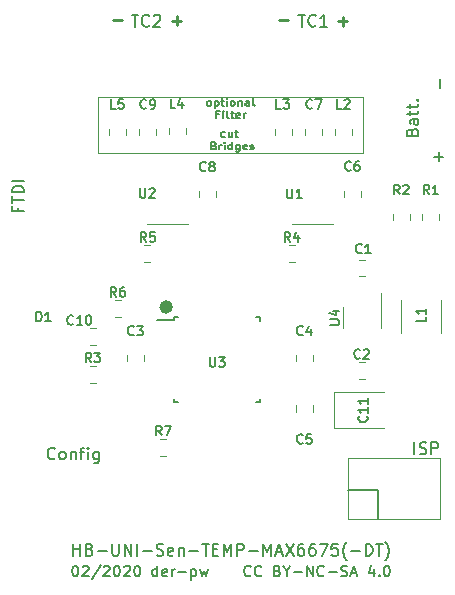
<source format=gbr>
G04 #@! TF.GenerationSoftware,KiCad,Pcbnew,(5.1.4)-1*
G04 #@! TF.CreationDate,2020-02-21T12:34:06+01:00*
G04 #@! TF.ProjectId,HB-UNI-Sen-TEMP-MAX6675,48422d55-4e49-42d5-9365-6e2d54454d50,rev?*
G04 #@! TF.SameCoordinates,Original*
G04 #@! TF.FileFunction,Legend,Top*
G04 #@! TF.FilePolarity,Positive*
%FSLAX46Y46*%
G04 Gerber Fmt 4.6, Leading zero omitted, Abs format (unit mm)*
G04 Created by KiCad (PCBNEW (5.1.4)-1) date 2020-02-21 12:34:06*
%MOMM*%
%LPD*%
G04 APERTURE LIST*
%ADD10C,0.600000*%
%ADD11C,0.150000*%
%ADD12C,0.200000*%
%ADD13C,0.080000*%
%ADD14C,0.250000*%
%ADD15C,0.120000*%
G04 APERTURE END LIST*
D10*
X155982843Y-95700000D02*
G75*
G03X155982843Y-95700000I-282843J0D01*
G01*
D11*
X160683333Y-81267857D02*
X160616666Y-81296428D01*
X160483333Y-81296428D01*
X160416666Y-81267857D01*
X160383333Y-81239285D01*
X160350000Y-81182142D01*
X160350000Y-81010714D01*
X160383333Y-80953571D01*
X160416666Y-80925000D01*
X160483333Y-80896428D01*
X160616666Y-80896428D01*
X160683333Y-80925000D01*
X161283333Y-80896428D02*
X161283333Y-81296428D01*
X160983333Y-80896428D02*
X160983333Y-81210714D01*
X161016666Y-81267857D01*
X161083333Y-81296428D01*
X161183333Y-81296428D01*
X161250000Y-81267857D01*
X161283333Y-81239285D01*
X161516666Y-80896428D02*
X161783333Y-80896428D01*
X161616666Y-80696428D02*
X161616666Y-81210714D01*
X161650000Y-81267857D01*
X161716666Y-81296428D01*
X161783333Y-81296428D01*
X159750000Y-82032142D02*
X159850000Y-82060714D01*
X159883333Y-82089285D01*
X159916666Y-82146428D01*
X159916666Y-82232142D01*
X159883333Y-82289285D01*
X159850000Y-82317857D01*
X159783333Y-82346428D01*
X159516666Y-82346428D01*
X159516666Y-81746428D01*
X159750000Y-81746428D01*
X159816666Y-81775000D01*
X159850000Y-81803571D01*
X159883333Y-81860714D01*
X159883333Y-81917857D01*
X159850000Y-81975000D01*
X159816666Y-82003571D01*
X159750000Y-82032142D01*
X159516666Y-82032142D01*
X160216666Y-82346428D02*
X160216666Y-81946428D01*
X160216666Y-82060714D02*
X160250000Y-82003571D01*
X160283333Y-81975000D01*
X160350000Y-81946428D01*
X160416666Y-81946428D01*
X160650000Y-82346428D02*
X160650000Y-81946428D01*
X160650000Y-81746428D02*
X160616666Y-81775000D01*
X160650000Y-81803571D01*
X160683333Y-81775000D01*
X160650000Y-81746428D01*
X160650000Y-81803571D01*
X161283333Y-82346428D02*
X161283333Y-81746428D01*
X161283333Y-82317857D02*
X161216666Y-82346428D01*
X161083333Y-82346428D01*
X161016666Y-82317857D01*
X160983333Y-82289285D01*
X160950000Y-82232142D01*
X160950000Y-82060714D01*
X160983333Y-82003571D01*
X161016666Y-81975000D01*
X161083333Y-81946428D01*
X161216666Y-81946428D01*
X161283333Y-81975000D01*
X161916666Y-81946428D02*
X161916666Y-82432142D01*
X161883333Y-82489285D01*
X161850000Y-82517857D01*
X161783333Y-82546428D01*
X161683333Y-82546428D01*
X161616666Y-82517857D01*
X161916666Y-82317857D02*
X161850000Y-82346428D01*
X161716666Y-82346428D01*
X161650000Y-82317857D01*
X161616666Y-82289285D01*
X161583333Y-82232142D01*
X161583333Y-82060714D01*
X161616666Y-82003571D01*
X161650000Y-81975000D01*
X161716666Y-81946428D01*
X161850000Y-81946428D01*
X161916666Y-81975000D01*
X162516666Y-82317857D02*
X162450000Y-82346428D01*
X162316666Y-82346428D01*
X162250000Y-82317857D01*
X162216666Y-82260714D01*
X162216666Y-82032142D01*
X162250000Y-81975000D01*
X162316666Y-81946428D01*
X162450000Y-81946428D01*
X162516666Y-81975000D01*
X162550000Y-82032142D01*
X162550000Y-82089285D01*
X162216666Y-82146428D01*
X162816666Y-82317857D02*
X162883333Y-82346428D01*
X163016666Y-82346428D01*
X163083333Y-82317857D01*
X163116666Y-82260714D01*
X163116666Y-82232142D01*
X163083333Y-82175000D01*
X163016666Y-82146428D01*
X162916666Y-82146428D01*
X162850000Y-82117857D01*
X162816666Y-82060714D01*
X162816666Y-82032142D01*
X162850000Y-81975000D01*
X162916666Y-81946428D01*
X163016666Y-81946428D01*
X163083333Y-81975000D01*
D12*
X143128571Y-87276190D02*
X143128571Y-87609523D01*
X143652380Y-87609523D02*
X142652380Y-87609523D01*
X142652380Y-87133333D01*
X142652380Y-86895238D02*
X142652380Y-86323809D01*
X143652380Y-86609523D02*
X142652380Y-86609523D01*
X143652380Y-85990476D02*
X142652380Y-85990476D01*
X142652380Y-85752380D01*
X142700000Y-85609523D01*
X142795238Y-85514285D01*
X142890476Y-85466666D01*
X143080952Y-85419047D01*
X143223809Y-85419047D01*
X143414285Y-85466666D01*
X143509523Y-85514285D01*
X143604761Y-85609523D01*
X143652380Y-85752380D01*
X143652380Y-85990476D01*
X143652380Y-84990476D02*
X142652380Y-84990476D01*
D11*
X159283333Y-78646428D02*
X159216666Y-78617857D01*
X159183333Y-78589285D01*
X159150000Y-78532142D01*
X159150000Y-78360714D01*
X159183333Y-78303571D01*
X159216666Y-78275000D01*
X159283333Y-78246428D01*
X159383333Y-78246428D01*
X159450000Y-78275000D01*
X159483333Y-78303571D01*
X159516666Y-78360714D01*
X159516666Y-78532142D01*
X159483333Y-78589285D01*
X159450000Y-78617857D01*
X159383333Y-78646428D01*
X159283333Y-78646428D01*
X159816666Y-78246428D02*
X159816666Y-78846428D01*
X159816666Y-78275000D02*
X159883333Y-78246428D01*
X160016666Y-78246428D01*
X160083333Y-78275000D01*
X160116666Y-78303571D01*
X160150000Y-78360714D01*
X160150000Y-78532142D01*
X160116666Y-78589285D01*
X160083333Y-78617857D01*
X160016666Y-78646428D01*
X159883333Y-78646428D01*
X159816666Y-78617857D01*
X160350000Y-78246428D02*
X160616666Y-78246428D01*
X160450000Y-78046428D02*
X160450000Y-78560714D01*
X160483333Y-78617857D01*
X160550000Y-78646428D01*
X160616666Y-78646428D01*
X160850000Y-78646428D02*
X160850000Y-78246428D01*
X160850000Y-78046428D02*
X160816666Y-78075000D01*
X160850000Y-78103571D01*
X160883333Y-78075000D01*
X160850000Y-78046428D01*
X160850000Y-78103571D01*
X161283333Y-78646428D02*
X161216666Y-78617857D01*
X161183333Y-78589285D01*
X161150000Y-78532142D01*
X161150000Y-78360714D01*
X161183333Y-78303571D01*
X161216666Y-78275000D01*
X161283333Y-78246428D01*
X161383333Y-78246428D01*
X161450000Y-78275000D01*
X161483333Y-78303571D01*
X161516666Y-78360714D01*
X161516666Y-78532142D01*
X161483333Y-78589285D01*
X161450000Y-78617857D01*
X161383333Y-78646428D01*
X161283333Y-78646428D01*
X161816666Y-78246428D02*
X161816666Y-78646428D01*
X161816666Y-78303571D02*
X161850000Y-78275000D01*
X161916666Y-78246428D01*
X162016666Y-78246428D01*
X162083333Y-78275000D01*
X162116666Y-78332142D01*
X162116666Y-78646428D01*
X162750000Y-78646428D02*
X162750000Y-78332142D01*
X162716666Y-78275000D01*
X162650000Y-78246428D01*
X162516666Y-78246428D01*
X162450000Y-78275000D01*
X162750000Y-78617857D02*
X162683333Y-78646428D01*
X162516666Y-78646428D01*
X162450000Y-78617857D01*
X162416666Y-78560714D01*
X162416666Y-78503571D01*
X162450000Y-78446428D01*
X162516666Y-78417857D01*
X162683333Y-78417857D01*
X162750000Y-78389285D01*
X163183333Y-78646428D02*
X163116666Y-78617857D01*
X163083333Y-78560714D01*
X163083333Y-78046428D01*
X160183333Y-79382142D02*
X159950000Y-79382142D01*
X159950000Y-79696428D02*
X159950000Y-79096428D01*
X160283333Y-79096428D01*
X160550000Y-79696428D02*
X160550000Y-79296428D01*
X160550000Y-79096428D02*
X160516666Y-79125000D01*
X160550000Y-79153571D01*
X160583333Y-79125000D01*
X160550000Y-79096428D01*
X160550000Y-79153571D01*
X160983333Y-79696428D02*
X160916666Y-79667857D01*
X160883333Y-79610714D01*
X160883333Y-79096428D01*
X161150000Y-79296428D02*
X161416666Y-79296428D01*
X161250000Y-79096428D02*
X161250000Y-79610714D01*
X161283333Y-79667857D01*
X161350000Y-79696428D01*
X161416666Y-79696428D01*
X161916666Y-79667857D02*
X161850000Y-79696428D01*
X161716666Y-79696428D01*
X161650000Y-79667857D01*
X161616666Y-79610714D01*
X161616666Y-79382142D01*
X161650000Y-79325000D01*
X161716666Y-79296428D01*
X161850000Y-79296428D01*
X161916666Y-79325000D01*
X161950000Y-79382142D01*
X161950000Y-79439285D01*
X161616666Y-79496428D01*
X162250000Y-79696428D02*
X162250000Y-79296428D01*
X162250000Y-79410714D02*
X162283333Y-79353571D01*
X162316666Y-79325000D01*
X162383333Y-79296428D01*
X162450000Y-79296428D01*
D13*
X149900000Y-82700000D02*
X172400000Y-82700000D01*
X149900000Y-77900000D02*
X172400000Y-77900000D01*
X172400000Y-82700000D02*
X172400000Y-77900000D01*
X149900000Y-82700000D02*
X149900000Y-77900000D01*
D12*
X176528571Y-80890476D02*
X176576190Y-80747619D01*
X176623809Y-80700000D01*
X176719047Y-80652380D01*
X176861904Y-80652380D01*
X176957142Y-80700000D01*
X177004761Y-80747619D01*
X177052380Y-80842857D01*
X177052380Y-81223809D01*
X176052380Y-81223809D01*
X176052380Y-80890476D01*
X176100000Y-80795238D01*
X176147619Y-80747619D01*
X176242857Y-80700000D01*
X176338095Y-80700000D01*
X176433333Y-80747619D01*
X176480952Y-80795238D01*
X176528571Y-80890476D01*
X176528571Y-81223809D01*
X177052380Y-79795238D02*
X176528571Y-79795238D01*
X176433333Y-79842857D01*
X176385714Y-79938095D01*
X176385714Y-80128571D01*
X176433333Y-80223809D01*
X177004761Y-79795238D02*
X177052380Y-79890476D01*
X177052380Y-80128571D01*
X177004761Y-80223809D01*
X176909523Y-80271428D01*
X176814285Y-80271428D01*
X176719047Y-80223809D01*
X176671428Y-80128571D01*
X176671428Y-79890476D01*
X176623809Y-79795238D01*
X176385714Y-79461904D02*
X176385714Y-79080952D01*
X176052380Y-79319047D02*
X176909523Y-79319047D01*
X177004761Y-79271428D01*
X177052380Y-79176190D01*
X177052380Y-79080952D01*
X176385714Y-78890476D02*
X176385714Y-78509523D01*
X176052380Y-78747619D02*
X176909523Y-78747619D01*
X177004761Y-78700000D01*
X177052380Y-78604761D01*
X177052380Y-78509523D01*
X176957142Y-78176190D02*
X177004761Y-78128571D01*
X177052380Y-78176190D01*
X177004761Y-78223809D01*
X176957142Y-78176190D01*
X177052380Y-78176190D01*
X147842857Y-116752380D02*
X147842857Y-115752380D01*
X147842857Y-116228571D02*
X148414285Y-116228571D01*
X148414285Y-116752380D02*
X148414285Y-115752380D01*
X149223809Y-116228571D02*
X149366666Y-116276190D01*
X149414285Y-116323809D01*
X149461904Y-116419047D01*
X149461904Y-116561904D01*
X149414285Y-116657142D01*
X149366666Y-116704761D01*
X149271428Y-116752380D01*
X148890476Y-116752380D01*
X148890476Y-115752380D01*
X149223809Y-115752380D01*
X149319047Y-115800000D01*
X149366666Y-115847619D01*
X149414285Y-115942857D01*
X149414285Y-116038095D01*
X149366666Y-116133333D01*
X149319047Y-116180952D01*
X149223809Y-116228571D01*
X148890476Y-116228571D01*
X149890476Y-116371428D02*
X150652380Y-116371428D01*
X151128571Y-115752380D02*
X151128571Y-116561904D01*
X151176190Y-116657142D01*
X151223809Y-116704761D01*
X151319047Y-116752380D01*
X151509523Y-116752380D01*
X151604761Y-116704761D01*
X151652380Y-116657142D01*
X151700000Y-116561904D01*
X151700000Y-115752380D01*
X152176190Y-116752380D02*
X152176190Y-115752380D01*
X152747619Y-116752380D01*
X152747619Y-115752380D01*
X153223809Y-116752380D02*
X153223809Y-115752380D01*
X153700000Y-116371428D02*
X154461904Y-116371428D01*
X154890476Y-116704761D02*
X155033333Y-116752380D01*
X155271428Y-116752380D01*
X155366666Y-116704761D01*
X155414285Y-116657142D01*
X155461904Y-116561904D01*
X155461904Y-116466666D01*
X155414285Y-116371428D01*
X155366666Y-116323809D01*
X155271428Y-116276190D01*
X155080952Y-116228571D01*
X154985714Y-116180952D01*
X154938095Y-116133333D01*
X154890476Y-116038095D01*
X154890476Y-115942857D01*
X154938095Y-115847619D01*
X154985714Y-115800000D01*
X155080952Y-115752380D01*
X155319047Y-115752380D01*
X155461904Y-115800000D01*
X156271428Y-116704761D02*
X156176190Y-116752380D01*
X155985714Y-116752380D01*
X155890476Y-116704761D01*
X155842857Y-116609523D01*
X155842857Y-116228571D01*
X155890476Y-116133333D01*
X155985714Y-116085714D01*
X156176190Y-116085714D01*
X156271428Y-116133333D01*
X156319047Y-116228571D01*
X156319047Y-116323809D01*
X155842857Y-116419047D01*
X156747619Y-116085714D02*
X156747619Y-116752380D01*
X156747619Y-116180952D02*
X156795238Y-116133333D01*
X156890476Y-116085714D01*
X157033333Y-116085714D01*
X157128571Y-116133333D01*
X157176190Y-116228571D01*
X157176190Y-116752380D01*
X157652380Y-116371428D02*
X158414285Y-116371428D01*
X158747619Y-115752380D02*
X159319047Y-115752380D01*
X159033333Y-116752380D02*
X159033333Y-115752380D01*
X159652380Y-116228571D02*
X159985714Y-116228571D01*
X160128571Y-116752380D02*
X159652380Y-116752380D01*
X159652380Y-115752380D01*
X160128571Y-115752380D01*
X160557142Y-116752380D02*
X160557142Y-115752380D01*
X160890476Y-116466666D01*
X161223809Y-115752380D01*
X161223809Y-116752380D01*
X161700000Y-116752380D02*
X161700000Y-115752380D01*
X162080952Y-115752380D01*
X162176190Y-115800000D01*
X162223809Y-115847619D01*
X162271428Y-115942857D01*
X162271428Y-116085714D01*
X162223809Y-116180952D01*
X162176190Y-116228571D01*
X162080952Y-116276190D01*
X161700000Y-116276190D01*
X162700000Y-116371428D02*
X163461904Y-116371428D01*
X163938095Y-116752380D02*
X163938095Y-115752380D01*
X164271428Y-116466666D01*
X164604761Y-115752380D01*
X164604761Y-116752380D01*
X165033333Y-116466666D02*
X165509523Y-116466666D01*
X164938095Y-116752380D02*
X165271428Y-115752380D01*
X165604761Y-116752380D01*
X165842857Y-115752380D02*
X166509523Y-116752380D01*
X166509523Y-115752380D02*
X165842857Y-116752380D01*
X167319047Y-115752380D02*
X167128571Y-115752380D01*
X167033333Y-115800000D01*
X166985714Y-115847619D01*
X166890476Y-115990476D01*
X166842857Y-116180952D01*
X166842857Y-116561904D01*
X166890476Y-116657142D01*
X166938095Y-116704761D01*
X167033333Y-116752380D01*
X167223809Y-116752380D01*
X167319047Y-116704761D01*
X167366666Y-116657142D01*
X167414285Y-116561904D01*
X167414285Y-116323809D01*
X167366666Y-116228571D01*
X167319047Y-116180952D01*
X167223809Y-116133333D01*
X167033333Y-116133333D01*
X166938095Y-116180952D01*
X166890476Y-116228571D01*
X166842857Y-116323809D01*
X168271428Y-115752380D02*
X168080952Y-115752380D01*
X167985714Y-115800000D01*
X167938095Y-115847619D01*
X167842857Y-115990476D01*
X167795238Y-116180952D01*
X167795238Y-116561904D01*
X167842857Y-116657142D01*
X167890476Y-116704761D01*
X167985714Y-116752380D01*
X168176190Y-116752380D01*
X168271428Y-116704761D01*
X168319047Y-116657142D01*
X168366666Y-116561904D01*
X168366666Y-116323809D01*
X168319047Y-116228571D01*
X168271428Y-116180952D01*
X168176190Y-116133333D01*
X167985714Y-116133333D01*
X167890476Y-116180952D01*
X167842857Y-116228571D01*
X167795238Y-116323809D01*
X168700000Y-115752380D02*
X169366666Y-115752380D01*
X168938095Y-116752380D01*
X170223809Y-115752380D02*
X169747619Y-115752380D01*
X169700000Y-116228571D01*
X169747619Y-116180952D01*
X169842857Y-116133333D01*
X170080952Y-116133333D01*
X170176190Y-116180952D01*
X170223809Y-116228571D01*
X170271428Y-116323809D01*
X170271428Y-116561904D01*
X170223809Y-116657142D01*
X170176190Y-116704761D01*
X170080952Y-116752380D01*
X169842857Y-116752380D01*
X169747619Y-116704761D01*
X169700000Y-116657142D01*
X170985714Y-117133333D02*
X170938095Y-117085714D01*
X170842857Y-116942857D01*
X170795238Y-116847619D01*
X170747619Y-116704761D01*
X170700000Y-116466666D01*
X170700000Y-116276190D01*
X170747619Y-116038095D01*
X170795238Y-115895238D01*
X170842857Y-115800000D01*
X170938095Y-115657142D01*
X170985714Y-115609523D01*
X171366666Y-116371428D02*
X172128571Y-116371428D01*
X172604761Y-116752380D02*
X172604761Y-115752380D01*
X172842857Y-115752380D01*
X172985714Y-115800000D01*
X173080952Y-115895238D01*
X173128571Y-115990476D01*
X173176190Y-116180952D01*
X173176190Y-116323809D01*
X173128571Y-116514285D01*
X173080952Y-116609523D01*
X172985714Y-116704761D01*
X172842857Y-116752380D01*
X172604761Y-116752380D01*
X173461904Y-115752380D02*
X174033333Y-115752380D01*
X173747619Y-116752380D02*
X173747619Y-115752380D01*
X174271428Y-117133333D02*
X174319047Y-117085714D01*
X174414285Y-116942857D01*
X174461904Y-116847619D01*
X174509523Y-116704761D01*
X174557142Y-116466666D01*
X174557142Y-116276190D01*
X174509523Y-116038095D01*
X174461904Y-115895238D01*
X174414285Y-115800000D01*
X174319047Y-115657142D01*
X174271428Y-115609523D01*
X146278571Y-108507142D02*
X146230952Y-108554761D01*
X146088095Y-108602380D01*
X145992857Y-108602380D01*
X145850000Y-108554761D01*
X145754761Y-108459523D01*
X145707142Y-108364285D01*
X145659523Y-108173809D01*
X145659523Y-108030952D01*
X145707142Y-107840476D01*
X145754761Y-107745238D01*
X145850000Y-107650000D01*
X145992857Y-107602380D01*
X146088095Y-107602380D01*
X146230952Y-107650000D01*
X146278571Y-107697619D01*
X146850000Y-108602380D02*
X146754761Y-108554761D01*
X146707142Y-108507142D01*
X146659523Y-108411904D01*
X146659523Y-108126190D01*
X146707142Y-108030952D01*
X146754761Y-107983333D01*
X146850000Y-107935714D01*
X146992857Y-107935714D01*
X147088095Y-107983333D01*
X147135714Y-108030952D01*
X147183333Y-108126190D01*
X147183333Y-108411904D01*
X147135714Y-108507142D01*
X147088095Y-108554761D01*
X146992857Y-108602380D01*
X146850000Y-108602380D01*
X147611904Y-107935714D02*
X147611904Y-108602380D01*
X147611904Y-108030952D02*
X147659523Y-107983333D01*
X147754761Y-107935714D01*
X147897619Y-107935714D01*
X147992857Y-107983333D01*
X148040476Y-108078571D01*
X148040476Y-108602380D01*
X148373809Y-107935714D02*
X148754761Y-107935714D01*
X148516666Y-108602380D02*
X148516666Y-107745238D01*
X148564285Y-107650000D01*
X148659523Y-107602380D01*
X148754761Y-107602380D01*
X149088095Y-108602380D02*
X149088095Y-107935714D01*
X149088095Y-107602380D02*
X149040476Y-107650000D01*
X149088095Y-107697619D01*
X149135714Y-107650000D01*
X149088095Y-107602380D01*
X149088095Y-107697619D01*
X149992857Y-107935714D02*
X149992857Y-108745238D01*
X149945238Y-108840476D01*
X149897619Y-108888095D01*
X149802380Y-108935714D01*
X149659523Y-108935714D01*
X149564285Y-108888095D01*
X149992857Y-108554761D02*
X149897619Y-108602380D01*
X149707142Y-108602380D01*
X149611904Y-108554761D01*
X149564285Y-108507142D01*
X149516666Y-108411904D01*
X149516666Y-108126190D01*
X149564285Y-108030952D01*
X149611904Y-107983333D01*
X149707142Y-107935714D01*
X149897619Y-107935714D01*
X149992857Y-107983333D01*
D14*
X156219047Y-71471428D02*
X156980952Y-71471428D01*
X156600000Y-71852380D02*
X156600000Y-71090476D01*
X170269047Y-71521428D02*
X171030952Y-71521428D01*
X170650000Y-71902380D02*
X170650000Y-71140476D01*
X165219047Y-71421428D02*
X165980952Y-71421428D01*
X151169047Y-71371428D02*
X151930952Y-71371428D01*
D11*
X147978571Y-117607142D02*
X148064285Y-117607142D01*
X148150000Y-117650000D01*
X148192857Y-117692857D01*
X148235714Y-117778571D01*
X148278571Y-117950000D01*
X148278571Y-118164285D01*
X148235714Y-118335714D01*
X148192857Y-118421428D01*
X148150000Y-118464285D01*
X148064285Y-118507142D01*
X147978571Y-118507142D01*
X147892857Y-118464285D01*
X147850000Y-118421428D01*
X147807142Y-118335714D01*
X147764285Y-118164285D01*
X147764285Y-117950000D01*
X147807142Y-117778571D01*
X147850000Y-117692857D01*
X147892857Y-117650000D01*
X147978571Y-117607142D01*
X148621428Y-117692857D02*
X148664285Y-117650000D01*
X148750000Y-117607142D01*
X148964285Y-117607142D01*
X149050000Y-117650000D01*
X149092857Y-117692857D01*
X149135714Y-117778571D01*
X149135714Y-117864285D01*
X149092857Y-117992857D01*
X148578571Y-118507142D01*
X149135714Y-118507142D01*
X150164285Y-117564285D02*
X149392857Y-118721428D01*
X150421428Y-117692857D02*
X150464285Y-117650000D01*
X150550000Y-117607142D01*
X150764285Y-117607142D01*
X150850000Y-117650000D01*
X150892857Y-117692857D01*
X150935714Y-117778571D01*
X150935714Y-117864285D01*
X150892857Y-117992857D01*
X150378571Y-118507142D01*
X150935714Y-118507142D01*
X151492857Y-117607142D02*
X151578571Y-117607142D01*
X151664285Y-117650000D01*
X151707142Y-117692857D01*
X151750000Y-117778571D01*
X151792857Y-117950000D01*
X151792857Y-118164285D01*
X151750000Y-118335714D01*
X151707142Y-118421428D01*
X151664285Y-118464285D01*
X151578571Y-118507142D01*
X151492857Y-118507142D01*
X151407142Y-118464285D01*
X151364285Y-118421428D01*
X151321428Y-118335714D01*
X151278571Y-118164285D01*
X151278571Y-117950000D01*
X151321428Y-117778571D01*
X151364285Y-117692857D01*
X151407142Y-117650000D01*
X151492857Y-117607142D01*
X152135714Y-117692857D02*
X152178571Y-117650000D01*
X152264285Y-117607142D01*
X152478571Y-117607142D01*
X152564285Y-117650000D01*
X152607142Y-117692857D01*
X152650000Y-117778571D01*
X152650000Y-117864285D01*
X152607142Y-117992857D01*
X152092857Y-118507142D01*
X152650000Y-118507142D01*
X153207142Y-117607142D02*
X153292857Y-117607142D01*
X153378571Y-117650000D01*
X153421428Y-117692857D01*
X153464285Y-117778571D01*
X153507142Y-117950000D01*
X153507142Y-118164285D01*
X153464285Y-118335714D01*
X153421428Y-118421428D01*
X153378571Y-118464285D01*
X153292857Y-118507142D01*
X153207142Y-118507142D01*
X153121428Y-118464285D01*
X153078571Y-118421428D01*
X153035714Y-118335714D01*
X152992857Y-118164285D01*
X152992857Y-117950000D01*
X153035714Y-117778571D01*
X153078571Y-117692857D01*
X153121428Y-117650000D01*
X153207142Y-117607142D01*
X154964285Y-118507142D02*
X154964285Y-117607142D01*
X154964285Y-118464285D02*
X154878571Y-118507142D01*
X154707142Y-118507142D01*
X154621428Y-118464285D01*
X154578571Y-118421428D01*
X154535714Y-118335714D01*
X154535714Y-118078571D01*
X154578571Y-117992857D01*
X154621428Y-117950000D01*
X154707142Y-117907142D01*
X154878571Y-117907142D01*
X154964285Y-117950000D01*
X155735714Y-118464285D02*
X155650000Y-118507142D01*
X155478571Y-118507142D01*
X155392857Y-118464285D01*
X155350000Y-118378571D01*
X155350000Y-118035714D01*
X155392857Y-117950000D01*
X155478571Y-117907142D01*
X155650000Y-117907142D01*
X155735714Y-117950000D01*
X155778571Y-118035714D01*
X155778571Y-118121428D01*
X155350000Y-118207142D01*
X156164285Y-118507142D02*
X156164285Y-117907142D01*
X156164285Y-118078571D02*
X156207142Y-117992857D01*
X156250000Y-117950000D01*
X156335714Y-117907142D01*
X156421428Y-117907142D01*
X156721428Y-118164285D02*
X157407142Y-118164285D01*
X157835714Y-117907142D02*
X157835714Y-118807142D01*
X157835714Y-117950000D02*
X157921428Y-117907142D01*
X158092857Y-117907142D01*
X158178571Y-117950000D01*
X158221428Y-117992857D01*
X158264285Y-118078571D01*
X158264285Y-118335714D01*
X158221428Y-118421428D01*
X158178571Y-118464285D01*
X158092857Y-118507142D01*
X157921428Y-118507142D01*
X157835714Y-118464285D01*
X158564285Y-117907142D02*
X158735714Y-118507142D01*
X158907142Y-118078571D01*
X159078571Y-118507142D01*
X159250000Y-117907142D01*
X162850000Y-118421428D02*
X162807142Y-118464285D01*
X162678571Y-118507142D01*
X162592857Y-118507142D01*
X162464285Y-118464285D01*
X162378571Y-118378571D01*
X162335714Y-118292857D01*
X162292857Y-118121428D01*
X162292857Y-117992857D01*
X162335714Y-117821428D01*
X162378571Y-117735714D01*
X162464285Y-117650000D01*
X162592857Y-117607142D01*
X162678571Y-117607142D01*
X162807142Y-117650000D01*
X162850000Y-117692857D01*
X163750000Y-118421428D02*
X163707142Y-118464285D01*
X163578571Y-118507142D01*
X163492857Y-118507142D01*
X163364285Y-118464285D01*
X163278571Y-118378571D01*
X163235714Y-118292857D01*
X163192857Y-118121428D01*
X163192857Y-117992857D01*
X163235714Y-117821428D01*
X163278571Y-117735714D01*
X163364285Y-117650000D01*
X163492857Y-117607142D01*
X163578571Y-117607142D01*
X163707142Y-117650000D01*
X163750000Y-117692857D01*
X165121428Y-118035714D02*
X165250000Y-118078571D01*
X165292857Y-118121428D01*
X165335714Y-118207142D01*
X165335714Y-118335714D01*
X165292857Y-118421428D01*
X165250000Y-118464285D01*
X165164285Y-118507142D01*
X164821428Y-118507142D01*
X164821428Y-117607142D01*
X165121428Y-117607142D01*
X165207142Y-117650000D01*
X165250000Y-117692857D01*
X165292857Y-117778571D01*
X165292857Y-117864285D01*
X165250000Y-117950000D01*
X165207142Y-117992857D01*
X165121428Y-118035714D01*
X164821428Y-118035714D01*
X165892857Y-118078571D02*
X165892857Y-118507142D01*
X165592857Y-117607142D02*
X165892857Y-118078571D01*
X166192857Y-117607142D01*
X166492857Y-118164285D02*
X167178571Y-118164285D01*
X167607142Y-118507142D02*
X167607142Y-117607142D01*
X168121428Y-118507142D01*
X168121428Y-117607142D01*
X169064285Y-118421428D02*
X169021428Y-118464285D01*
X168892857Y-118507142D01*
X168807142Y-118507142D01*
X168678571Y-118464285D01*
X168592857Y-118378571D01*
X168550000Y-118292857D01*
X168507142Y-118121428D01*
X168507142Y-117992857D01*
X168550000Y-117821428D01*
X168592857Y-117735714D01*
X168678571Y-117650000D01*
X168807142Y-117607142D01*
X168892857Y-117607142D01*
X169021428Y-117650000D01*
X169064285Y-117692857D01*
X169450000Y-118164285D02*
X170135714Y-118164285D01*
X170521428Y-118464285D02*
X170650000Y-118507142D01*
X170864285Y-118507142D01*
X170950000Y-118464285D01*
X170992857Y-118421428D01*
X171035714Y-118335714D01*
X171035714Y-118250000D01*
X170992857Y-118164285D01*
X170950000Y-118121428D01*
X170864285Y-118078571D01*
X170692857Y-118035714D01*
X170607142Y-117992857D01*
X170564285Y-117950000D01*
X170521428Y-117864285D01*
X170521428Y-117778571D01*
X170564285Y-117692857D01*
X170607142Y-117650000D01*
X170692857Y-117607142D01*
X170907142Y-117607142D01*
X171035714Y-117650000D01*
X171378571Y-118250000D02*
X171807142Y-118250000D01*
X171292857Y-118507142D02*
X171592857Y-117607142D01*
X171892857Y-118507142D01*
X173264285Y-117907142D02*
X173264285Y-118507142D01*
X173050000Y-117564285D02*
X172835714Y-118207142D01*
X173392857Y-118207142D01*
X173735714Y-118421428D02*
X173778571Y-118464285D01*
X173735714Y-118507142D01*
X173692857Y-118464285D01*
X173735714Y-118421428D01*
X173735714Y-118507142D01*
X174335714Y-117607142D02*
X174421428Y-117607142D01*
X174507142Y-117650000D01*
X174550000Y-117692857D01*
X174592857Y-117778571D01*
X174635714Y-117950000D01*
X174635714Y-118164285D01*
X174592857Y-118335714D01*
X174550000Y-118421428D01*
X174507142Y-118464285D01*
X174421428Y-118507142D01*
X174335714Y-118507142D01*
X174250000Y-118464285D01*
X174207142Y-118421428D01*
X174164285Y-118335714D01*
X174121428Y-118164285D01*
X174121428Y-117950000D01*
X174164285Y-117778571D01*
X174207142Y-117692857D01*
X174250000Y-117650000D01*
X174335714Y-117607142D01*
D12*
X176723809Y-108152380D02*
X176723809Y-107152380D01*
X177152380Y-108104761D02*
X177295238Y-108152380D01*
X177533333Y-108152380D01*
X177628571Y-108104761D01*
X177676190Y-108057142D01*
X177723809Y-107961904D01*
X177723809Y-107866666D01*
X177676190Y-107771428D01*
X177628571Y-107723809D01*
X177533333Y-107676190D01*
X177342857Y-107628571D01*
X177247619Y-107580952D01*
X177200000Y-107533333D01*
X177152380Y-107438095D01*
X177152380Y-107342857D01*
X177200000Y-107247619D01*
X177247619Y-107200000D01*
X177342857Y-107152380D01*
X177580952Y-107152380D01*
X177723809Y-107200000D01*
X178152380Y-108152380D02*
X178152380Y-107152380D01*
X178533333Y-107152380D01*
X178628571Y-107200000D01*
X178676190Y-107247619D01*
X178723809Y-107342857D01*
X178723809Y-107485714D01*
X178676190Y-107580952D01*
X178628571Y-107628571D01*
X178533333Y-107676190D01*
X178152380Y-107676190D01*
X178871428Y-77180952D02*
X178871428Y-76419047D01*
X178419047Y-82971428D02*
X179180952Y-82971428D01*
X178800000Y-83352380D02*
X178800000Y-82590476D01*
X152788095Y-70952380D02*
X153359523Y-70952380D01*
X153073809Y-71952380D02*
X153073809Y-70952380D01*
X154264285Y-71857142D02*
X154216666Y-71904761D01*
X154073809Y-71952380D01*
X153978571Y-71952380D01*
X153835714Y-71904761D01*
X153740476Y-71809523D01*
X153692857Y-71714285D01*
X153645238Y-71523809D01*
X153645238Y-71380952D01*
X153692857Y-71190476D01*
X153740476Y-71095238D01*
X153835714Y-71000000D01*
X153978571Y-70952380D01*
X154073809Y-70952380D01*
X154216666Y-71000000D01*
X154264285Y-71047619D01*
X154645238Y-71047619D02*
X154692857Y-71000000D01*
X154788095Y-70952380D01*
X155026190Y-70952380D01*
X155121428Y-71000000D01*
X155169047Y-71047619D01*
X155216666Y-71142857D01*
X155216666Y-71238095D01*
X155169047Y-71380952D01*
X154597619Y-71952380D01*
X155216666Y-71952380D01*
X166888095Y-70952380D02*
X167459523Y-70952380D01*
X167173809Y-71952380D02*
X167173809Y-70952380D01*
X168364285Y-71857142D02*
X168316666Y-71904761D01*
X168173809Y-71952380D01*
X168078571Y-71952380D01*
X167935714Y-71904761D01*
X167840476Y-71809523D01*
X167792857Y-71714285D01*
X167745238Y-71523809D01*
X167745238Y-71380952D01*
X167792857Y-71190476D01*
X167840476Y-71095238D01*
X167935714Y-71000000D01*
X168078571Y-70952380D01*
X168173809Y-70952380D01*
X168316666Y-71000000D01*
X168364285Y-71047619D01*
X169316666Y-71952380D02*
X168745238Y-71952380D01*
X169030952Y-71952380D02*
X169030952Y-70952380D01*
X168935714Y-71095238D01*
X168840476Y-71190476D01*
X168745238Y-71238095D01*
D15*
X171120000Y-111080000D02*
X171120000Y-108480000D01*
X173720000Y-113680000D02*
X171120000Y-113680000D01*
X171120000Y-113680000D02*
X171120000Y-111080000D01*
X171120000Y-108480000D02*
X178860000Y-108480000D01*
X173720000Y-113680000D02*
X178860000Y-113680000D01*
X178860000Y-113680000D02*
X178860000Y-108480000D01*
D11*
X171130000Y-111160000D02*
X173660000Y-111160000D01*
X173660000Y-113650000D02*
X173660000Y-111160000D01*
D15*
X166370000Y-88666000D02*
X169820000Y-88666000D01*
X154100000Y-88666000D02*
X157550000Y-88666000D01*
X173910000Y-97500000D02*
X173910000Y-94490000D01*
X170690000Y-95700000D02*
X170690000Y-97500000D01*
X155661252Y-106890000D02*
X155138748Y-106890000D01*
X155661252Y-108310000D02*
X155138748Y-108310000D01*
X169940000Y-105910000D02*
X174150000Y-105910000D01*
X169940000Y-102890000D02*
X169940000Y-105910000D01*
X174150000Y-102890000D02*
X169940000Y-102890000D01*
X175590000Y-95113748D02*
X175590000Y-97886252D01*
X179010000Y-95113748D02*
X179010000Y-97886252D01*
X168110000Y-100286252D02*
X168110000Y-99763748D01*
X166690000Y-100286252D02*
X166690000Y-99763748D01*
X153810000Y-100261252D02*
X153810000Y-99738748D01*
X152390000Y-100261252D02*
X152390000Y-99738748D01*
D11*
X156377000Y-96760000D02*
X154952000Y-96760000D01*
X163627000Y-96535000D02*
X163302000Y-96535000D01*
X163627000Y-103785000D02*
X163302000Y-103785000D01*
X156377000Y-103785000D02*
X156702000Y-103785000D01*
X156377000Y-96535000D02*
X156702000Y-96535000D01*
X156377000Y-103785000D02*
X156377000Y-103460000D01*
X163627000Y-103785000D02*
X163627000Y-103460000D01*
X163627000Y-96535000D02*
X163627000Y-96860000D01*
X156377000Y-96535000D02*
X156377000Y-96760000D01*
D15*
X151861252Y-95090000D02*
X151338748Y-95090000D01*
X151861252Y-96510000D02*
X151338748Y-96510000D01*
X149238748Y-98910000D02*
X149761252Y-98910000D01*
X149238748Y-97490000D02*
X149761252Y-97490000D01*
X150850000Y-80598748D02*
X150850000Y-81121252D01*
X152270000Y-80598748D02*
X152270000Y-81121252D01*
X155930000Y-80568748D02*
X155930000Y-81091252D01*
X157350000Y-80568748D02*
X157350000Y-81091252D01*
X164920000Y-80598748D02*
X164920000Y-81121252D01*
X166340000Y-80598748D02*
X166340000Y-81121252D01*
X170000000Y-80598748D02*
X170000000Y-81121252D01*
X171420000Y-80598748D02*
X171420000Y-81121252D01*
X153838748Y-91896000D02*
X154361252Y-91896000D01*
X153838748Y-90476000D02*
X154361252Y-90476000D01*
X166117748Y-91896000D02*
X166640252Y-91896000D01*
X166117748Y-90476000D02*
X166640252Y-90476000D01*
X153390000Y-80598748D02*
X153390000Y-81121252D01*
X154810000Y-80598748D02*
X154810000Y-81121252D01*
X159890000Y-86367252D02*
X159890000Y-85844748D01*
X158470000Y-86367252D02*
X158470000Y-85844748D01*
X167460000Y-80598748D02*
X167460000Y-81121252D01*
X168880000Y-80598748D02*
X168880000Y-81121252D01*
X172160000Y-86367252D02*
X172160000Y-85844748D01*
X170740000Y-86367252D02*
X170740000Y-85844748D01*
X149238748Y-102110000D02*
X149761252Y-102110000D01*
X149238748Y-100690000D02*
X149761252Y-100690000D01*
X176310000Y-88361252D02*
X176310000Y-87838748D01*
X174890000Y-88361252D02*
X174890000Y-87838748D01*
X177390000Y-87838748D02*
X177390000Y-88361252D01*
X178810000Y-87838748D02*
X178810000Y-88361252D01*
X166690000Y-104038748D02*
X166690000Y-104561252D01*
X168110000Y-104038748D02*
X168110000Y-104561252D01*
X172038748Y-101810000D02*
X172561252Y-101810000D01*
X172038748Y-100390000D02*
X172561252Y-100390000D01*
X172561252Y-91690000D02*
X172038748Y-91690000D01*
X172561252Y-93110000D02*
X172038748Y-93110000D01*
D11*
X165940476Y-85711904D02*
X165940476Y-86359523D01*
X165978571Y-86435714D01*
X166016666Y-86473809D01*
X166092857Y-86511904D01*
X166245238Y-86511904D01*
X166321428Y-86473809D01*
X166359523Y-86435714D01*
X166397619Y-86359523D01*
X166397619Y-85711904D01*
X167197619Y-86511904D02*
X166740476Y-86511904D01*
X166969047Y-86511904D02*
X166969047Y-85711904D01*
X166892857Y-85826190D01*
X166816666Y-85902380D01*
X166740476Y-85940476D01*
X153490476Y-85661904D02*
X153490476Y-86309523D01*
X153528571Y-86385714D01*
X153566666Y-86423809D01*
X153642857Y-86461904D01*
X153795238Y-86461904D01*
X153871428Y-86423809D01*
X153909523Y-86385714D01*
X153947619Y-86309523D01*
X153947619Y-85661904D01*
X154290476Y-85738095D02*
X154328571Y-85700000D01*
X154404761Y-85661904D01*
X154595238Y-85661904D01*
X154671428Y-85700000D01*
X154709523Y-85738095D01*
X154747619Y-85814285D01*
X154747619Y-85890476D01*
X154709523Y-86004761D01*
X154252380Y-86461904D01*
X154747619Y-86461904D01*
X169561904Y-97209523D02*
X170209523Y-97209523D01*
X170285714Y-97171428D01*
X170323809Y-97133333D01*
X170361904Y-97057142D01*
X170361904Y-96904761D01*
X170323809Y-96828571D01*
X170285714Y-96790476D01*
X170209523Y-96752380D01*
X169561904Y-96752380D01*
X169828571Y-96028571D02*
X170361904Y-96028571D01*
X169523809Y-96219047D02*
X170095238Y-96409523D01*
X170095238Y-95914285D01*
X144709523Y-96911904D02*
X144709523Y-96111904D01*
X144900000Y-96111904D01*
X145014285Y-96150000D01*
X145090476Y-96226190D01*
X145128571Y-96302380D01*
X145166666Y-96454761D01*
X145166666Y-96569047D01*
X145128571Y-96721428D01*
X145090476Y-96797619D01*
X145014285Y-96873809D01*
X144900000Y-96911904D01*
X144709523Y-96911904D01*
X145928571Y-96911904D02*
X145471428Y-96911904D01*
X145700000Y-96911904D02*
X145700000Y-96111904D01*
X145623809Y-96226190D01*
X145547619Y-96302380D01*
X145471428Y-96340476D01*
X155316666Y-106561904D02*
X155050000Y-106180952D01*
X154859523Y-106561904D02*
X154859523Y-105761904D01*
X155164285Y-105761904D01*
X155240476Y-105800000D01*
X155278571Y-105838095D01*
X155316666Y-105914285D01*
X155316666Y-106028571D01*
X155278571Y-106104761D01*
X155240476Y-106142857D01*
X155164285Y-106180952D01*
X154859523Y-106180952D01*
X155583333Y-105761904D02*
X156116666Y-105761904D01*
X155773809Y-106561904D01*
X172685714Y-104964285D02*
X172723809Y-105002380D01*
X172761904Y-105116666D01*
X172761904Y-105192857D01*
X172723809Y-105307142D01*
X172647619Y-105383333D01*
X172571428Y-105421428D01*
X172419047Y-105459523D01*
X172304761Y-105459523D01*
X172152380Y-105421428D01*
X172076190Y-105383333D01*
X172000000Y-105307142D01*
X171961904Y-105192857D01*
X171961904Y-105116666D01*
X172000000Y-105002380D01*
X172038095Y-104964285D01*
X172761904Y-104202380D02*
X172761904Y-104659523D01*
X172761904Y-104430952D02*
X171961904Y-104430952D01*
X172076190Y-104507142D01*
X172152380Y-104583333D01*
X172190476Y-104659523D01*
X172761904Y-103440476D02*
X172761904Y-103897619D01*
X172761904Y-103669047D02*
X171961904Y-103669047D01*
X172076190Y-103745238D01*
X172152380Y-103821428D01*
X172190476Y-103897619D01*
X177661904Y-96533333D02*
X177661904Y-96914285D01*
X176861904Y-96914285D01*
X177661904Y-95847619D02*
X177661904Y-96304761D01*
X177661904Y-96076190D02*
X176861904Y-96076190D01*
X176976190Y-96152380D01*
X177052380Y-96228571D01*
X177090476Y-96304761D01*
X167266666Y-98035714D02*
X167228571Y-98073809D01*
X167114285Y-98111904D01*
X167038095Y-98111904D01*
X166923809Y-98073809D01*
X166847619Y-97997619D01*
X166809523Y-97921428D01*
X166771428Y-97769047D01*
X166771428Y-97654761D01*
X166809523Y-97502380D01*
X166847619Y-97426190D01*
X166923809Y-97350000D01*
X167038095Y-97311904D01*
X167114285Y-97311904D01*
X167228571Y-97350000D01*
X167266666Y-97388095D01*
X167952380Y-97578571D02*
X167952380Y-98111904D01*
X167761904Y-97273809D02*
X167571428Y-97845238D01*
X168066666Y-97845238D01*
X152966666Y-98035714D02*
X152928571Y-98073809D01*
X152814285Y-98111904D01*
X152738095Y-98111904D01*
X152623809Y-98073809D01*
X152547619Y-97997619D01*
X152509523Y-97921428D01*
X152471428Y-97769047D01*
X152471428Y-97654761D01*
X152509523Y-97502380D01*
X152547619Y-97426190D01*
X152623809Y-97350000D01*
X152738095Y-97311904D01*
X152814285Y-97311904D01*
X152928571Y-97350000D01*
X152966666Y-97388095D01*
X153233333Y-97311904D02*
X153728571Y-97311904D01*
X153461904Y-97616666D01*
X153576190Y-97616666D01*
X153652380Y-97654761D01*
X153690476Y-97692857D01*
X153728571Y-97769047D01*
X153728571Y-97959523D01*
X153690476Y-98035714D01*
X153652380Y-98073809D01*
X153576190Y-98111904D01*
X153347619Y-98111904D01*
X153271428Y-98073809D01*
X153233333Y-98035714D01*
X159390476Y-99961904D02*
X159390476Y-100609523D01*
X159428571Y-100685714D01*
X159466666Y-100723809D01*
X159542857Y-100761904D01*
X159695238Y-100761904D01*
X159771428Y-100723809D01*
X159809523Y-100685714D01*
X159847619Y-100609523D01*
X159847619Y-99961904D01*
X160152380Y-99961904D02*
X160647619Y-99961904D01*
X160380952Y-100266666D01*
X160495238Y-100266666D01*
X160571428Y-100304761D01*
X160609523Y-100342857D01*
X160647619Y-100419047D01*
X160647619Y-100609523D01*
X160609523Y-100685714D01*
X160571428Y-100723809D01*
X160495238Y-100761904D01*
X160266666Y-100761904D01*
X160190476Y-100723809D01*
X160152380Y-100685714D01*
X151466666Y-94811904D02*
X151200000Y-94430952D01*
X151009523Y-94811904D02*
X151009523Y-94011904D01*
X151314285Y-94011904D01*
X151390476Y-94050000D01*
X151428571Y-94088095D01*
X151466666Y-94164285D01*
X151466666Y-94278571D01*
X151428571Y-94354761D01*
X151390476Y-94392857D01*
X151314285Y-94430952D01*
X151009523Y-94430952D01*
X152152380Y-94011904D02*
X152000000Y-94011904D01*
X151923809Y-94050000D01*
X151885714Y-94088095D01*
X151809523Y-94202380D01*
X151771428Y-94354761D01*
X151771428Y-94659523D01*
X151809523Y-94735714D01*
X151847619Y-94773809D01*
X151923809Y-94811904D01*
X152076190Y-94811904D01*
X152152380Y-94773809D01*
X152190476Y-94735714D01*
X152228571Y-94659523D01*
X152228571Y-94469047D01*
X152190476Y-94392857D01*
X152152380Y-94354761D01*
X152076190Y-94316666D01*
X151923809Y-94316666D01*
X151847619Y-94354761D01*
X151809523Y-94392857D01*
X151771428Y-94469047D01*
X147835714Y-97135714D02*
X147797619Y-97173809D01*
X147683333Y-97211904D01*
X147607142Y-97211904D01*
X147492857Y-97173809D01*
X147416666Y-97097619D01*
X147378571Y-97021428D01*
X147340476Y-96869047D01*
X147340476Y-96754761D01*
X147378571Y-96602380D01*
X147416666Y-96526190D01*
X147492857Y-96450000D01*
X147607142Y-96411904D01*
X147683333Y-96411904D01*
X147797619Y-96450000D01*
X147835714Y-96488095D01*
X148597619Y-97211904D02*
X148140476Y-97211904D01*
X148369047Y-97211904D02*
X148369047Y-96411904D01*
X148292857Y-96526190D01*
X148216666Y-96602380D01*
X148140476Y-96640476D01*
X149092857Y-96411904D02*
X149169047Y-96411904D01*
X149245238Y-96450000D01*
X149283333Y-96488095D01*
X149321428Y-96564285D01*
X149359523Y-96716666D01*
X149359523Y-96907142D01*
X149321428Y-97059523D01*
X149283333Y-97135714D01*
X149245238Y-97173809D01*
X149169047Y-97211904D01*
X149092857Y-97211904D01*
X149016666Y-97173809D01*
X148978571Y-97135714D01*
X148940476Y-97059523D01*
X148902380Y-96907142D01*
X148902380Y-96716666D01*
X148940476Y-96564285D01*
X148978571Y-96488095D01*
X149016666Y-96450000D01*
X149092857Y-96411904D01*
X151416666Y-78911904D02*
X151035714Y-78911904D01*
X151035714Y-78111904D01*
X152064285Y-78111904D02*
X151683333Y-78111904D01*
X151645238Y-78492857D01*
X151683333Y-78454761D01*
X151759523Y-78416666D01*
X151950000Y-78416666D01*
X152026190Y-78454761D01*
X152064285Y-78492857D01*
X152102380Y-78569047D01*
X152102380Y-78759523D01*
X152064285Y-78835714D01*
X152026190Y-78873809D01*
X151950000Y-78911904D01*
X151759523Y-78911904D01*
X151683333Y-78873809D01*
X151645238Y-78835714D01*
X156466666Y-78861904D02*
X156085714Y-78861904D01*
X156085714Y-78061904D01*
X157076190Y-78328571D02*
X157076190Y-78861904D01*
X156885714Y-78023809D02*
X156695238Y-78595238D01*
X157190476Y-78595238D01*
X165416666Y-78911904D02*
X165035714Y-78911904D01*
X165035714Y-78111904D01*
X165607142Y-78111904D02*
X166102380Y-78111904D01*
X165835714Y-78416666D01*
X165950000Y-78416666D01*
X166026190Y-78454761D01*
X166064285Y-78492857D01*
X166102380Y-78569047D01*
X166102380Y-78759523D01*
X166064285Y-78835714D01*
X166026190Y-78873809D01*
X165950000Y-78911904D01*
X165721428Y-78911904D01*
X165645238Y-78873809D01*
X165607142Y-78835714D01*
X170566666Y-78911904D02*
X170185714Y-78911904D01*
X170185714Y-78111904D01*
X170795238Y-78188095D02*
X170833333Y-78150000D01*
X170909523Y-78111904D01*
X171100000Y-78111904D01*
X171176190Y-78150000D01*
X171214285Y-78188095D01*
X171252380Y-78264285D01*
X171252380Y-78340476D01*
X171214285Y-78454761D01*
X170757142Y-78911904D01*
X171252380Y-78911904D01*
X154016666Y-90161904D02*
X153750000Y-89780952D01*
X153559523Y-90161904D02*
X153559523Y-89361904D01*
X153864285Y-89361904D01*
X153940476Y-89400000D01*
X153978571Y-89438095D01*
X154016666Y-89514285D01*
X154016666Y-89628571D01*
X153978571Y-89704761D01*
X153940476Y-89742857D01*
X153864285Y-89780952D01*
X153559523Y-89780952D01*
X154740476Y-89361904D02*
X154359523Y-89361904D01*
X154321428Y-89742857D01*
X154359523Y-89704761D01*
X154435714Y-89666666D01*
X154626190Y-89666666D01*
X154702380Y-89704761D01*
X154740476Y-89742857D01*
X154778571Y-89819047D01*
X154778571Y-90009523D01*
X154740476Y-90085714D01*
X154702380Y-90123809D01*
X154626190Y-90161904D01*
X154435714Y-90161904D01*
X154359523Y-90123809D01*
X154321428Y-90085714D01*
X166216666Y-90161904D02*
X165950000Y-89780952D01*
X165759523Y-90161904D02*
X165759523Y-89361904D01*
X166064285Y-89361904D01*
X166140476Y-89400000D01*
X166178571Y-89438095D01*
X166216666Y-89514285D01*
X166216666Y-89628571D01*
X166178571Y-89704761D01*
X166140476Y-89742857D01*
X166064285Y-89780952D01*
X165759523Y-89780952D01*
X166902380Y-89628571D02*
X166902380Y-90161904D01*
X166711904Y-89323809D02*
X166521428Y-89895238D01*
X167016666Y-89895238D01*
X154016666Y-78835714D02*
X153978571Y-78873809D01*
X153864285Y-78911904D01*
X153788095Y-78911904D01*
X153673809Y-78873809D01*
X153597619Y-78797619D01*
X153559523Y-78721428D01*
X153521428Y-78569047D01*
X153521428Y-78454761D01*
X153559523Y-78302380D01*
X153597619Y-78226190D01*
X153673809Y-78150000D01*
X153788095Y-78111904D01*
X153864285Y-78111904D01*
X153978571Y-78150000D01*
X154016666Y-78188095D01*
X154397619Y-78911904D02*
X154550000Y-78911904D01*
X154626190Y-78873809D01*
X154664285Y-78835714D01*
X154740476Y-78721428D01*
X154778571Y-78569047D01*
X154778571Y-78264285D01*
X154740476Y-78188095D01*
X154702380Y-78150000D01*
X154626190Y-78111904D01*
X154473809Y-78111904D01*
X154397619Y-78150000D01*
X154359523Y-78188095D01*
X154321428Y-78264285D01*
X154321428Y-78454761D01*
X154359523Y-78530952D01*
X154397619Y-78569047D01*
X154473809Y-78607142D01*
X154626190Y-78607142D01*
X154702380Y-78569047D01*
X154740476Y-78530952D01*
X154778571Y-78454761D01*
X159046666Y-84135714D02*
X159008571Y-84173809D01*
X158894285Y-84211904D01*
X158818095Y-84211904D01*
X158703809Y-84173809D01*
X158627619Y-84097619D01*
X158589523Y-84021428D01*
X158551428Y-83869047D01*
X158551428Y-83754761D01*
X158589523Y-83602380D01*
X158627619Y-83526190D01*
X158703809Y-83450000D01*
X158818095Y-83411904D01*
X158894285Y-83411904D01*
X159008571Y-83450000D01*
X159046666Y-83488095D01*
X159503809Y-83754761D02*
X159427619Y-83716666D01*
X159389523Y-83678571D01*
X159351428Y-83602380D01*
X159351428Y-83564285D01*
X159389523Y-83488095D01*
X159427619Y-83450000D01*
X159503809Y-83411904D01*
X159656190Y-83411904D01*
X159732380Y-83450000D01*
X159770476Y-83488095D01*
X159808571Y-83564285D01*
X159808571Y-83602380D01*
X159770476Y-83678571D01*
X159732380Y-83716666D01*
X159656190Y-83754761D01*
X159503809Y-83754761D01*
X159427619Y-83792857D01*
X159389523Y-83830952D01*
X159351428Y-83907142D01*
X159351428Y-84059523D01*
X159389523Y-84135714D01*
X159427619Y-84173809D01*
X159503809Y-84211904D01*
X159656190Y-84211904D01*
X159732380Y-84173809D01*
X159770476Y-84135714D01*
X159808571Y-84059523D01*
X159808571Y-83907142D01*
X159770476Y-83830952D01*
X159732380Y-83792857D01*
X159656190Y-83754761D01*
X168066666Y-78835714D02*
X168028571Y-78873809D01*
X167914285Y-78911904D01*
X167838095Y-78911904D01*
X167723809Y-78873809D01*
X167647619Y-78797619D01*
X167609523Y-78721428D01*
X167571428Y-78569047D01*
X167571428Y-78454761D01*
X167609523Y-78302380D01*
X167647619Y-78226190D01*
X167723809Y-78150000D01*
X167838095Y-78111904D01*
X167914285Y-78111904D01*
X168028571Y-78150000D01*
X168066666Y-78188095D01*
X168333333Y-78111904D02*
X168866666Y-78111904D01*
X168523809Y-78911904D01*
X171316666Y-84085714D02*
X171278571Y-84123809D01*
X171164285Y-84161904D01*
X171088095Y-84161904D01*
X170973809Y-84123809D01*
X170897619Y-84047619D01*
X170859523Y-83971428D01*
X170821428Y-83819047D01*
X170821428Y-83704761D01*
X170859523Y-83552380D01*
X170897619Y-83476190D01*
X170973809Y-83400000D01*
X171088095Y-83361904D01*
X171164285Y-83361904D01*
X171278571Y-83400000D01*
X171316666Y-83438095D01*
X172002380Y-83361904D02*
X171850000Y-83361904D01*
X171773809Y-83400000D01*
X171735714Y-83438095D01*
X171659523Y-83552380D01*
X171621428Y-83704761D01*
X171621428Y-84009523D01*
X171659523Y-84085714D01*
X171697619Y-84123809D01*
X171773809Y-84161904D01*
X171926190Y-84161904D01*
X172002380Y-84123809D01*
X172040476Y-84085714D01*
X172078571Y-84009523D01*
X172078571Y-83819047D01*
X172040476Y-83742857D01*
X172002380Y-83704761D01*
X171926190Y-83666666D01*
X171773809Y-83666666D01*
X171697619Y-83704761D01*
X171659523Y-83742857D01*
X171621428Y-83819047D01*
X149366666Y-100361904D02*
X149100000Y-99980952D01*
X148909523Y-100361904D02*
X148909523Y-99561904D01*
X149214285Y-99561904D01*
X149290476Y-99600000D01*
X149328571Y-99638095D01*
X149366666Y-99714285D01*
X149366666Y-99828571D01*
X149328571Y-99904761D01*
X149290476Y-99942857D01*
X149214285Y-99980952D01*
X148909523Y-99980952D01*
X149633333Y-99561904D02*
X150128571Y-99561904D01*
X149861904Y-99866666D01*
X149976190Y-99866666D01*
X150052380Y-99904761D01*
X150090476Y-99942857D01*
X150128571Y-100019047D01*
X150128571Y-100209523D01*
X150090476Y-100285714D01*
X150052380Y-100323809D01*
X149976190Y-100361904D01*
X149747619Y-100361904D01*
X149671428Y-100323809D01*
X149633333Y-100285714D01*
X175466666Y-86161904D02*
X175200000Y-85780952D01*
X175009523Y-86161904D02*
X175009523Y-85361904D01*
X175314285Y-85361904D01*
X175390476Y-85400000D01*
X175428571Y-85438095D01*
X175466666Y-85514285D01*
X175466666Y-85628571D01*
X175428571Y-85704761D01*
X175390476Y-85742857D01*
X175314285Y-85780952D01*
X175009523Y-85780952D01*
X175771428Y-85438095D02*
X175809523Y-85400000D01*
X175885714Y-85361904D01*
X176076190Y-85361904D01*
X176152380Y-85400000D01*
X176190476Y-85438095D01*
X176228571Y-85514285D01*
X176228571Y-85590476D01*
X176190476Y-85704761D01*
X175733333Y-86161904D01*
X176228571Y-86161904D01*
X177966666Y-86161904D02*
X177700000Y-85780952D01*
X177509523Y-86161904D02*
X177509523Y-85361904D01*
X177814285Y-85361904D01*
X177890476Y-85400000D01*
X177928571Y-85438095D01*
X177966666Y-85514285D01*
X177966666Y-85628571D01*
X177928571Y-85704761D01*
X177890476Y-85742857D01*
X177814285Y-85780952D01*
X177509523Y-85780952D01*
X178728571Y-86161904D02*
X178271428Y-86161904D01*
X178500000Y-86161904D02*
X178500000Y-85361904D01*
X178423809Y-85476190D01*
X178347619Y-85552380D01*
X178271428Y-85590476D01*
X167266666Y-107185714D02*
X167228571Y-107223809D01*
X167114285Y-107261904D01*
X167038095Y-107261904D01*
X166923809Y-107223809D01*
X166847619Y-107147619D01*
X166809523Y-107071428D01*
X166771428Y-106919047D01*
X166771428Y-106804761D01*
X166809523Y-106652380D01*
X166847619Y-106576190D01*
X166923809Y-106500000D01*
X167038095Y-106461904D01*
X167114285Y-106461904D01*
X167228571Y-106500000D01*
X167266666Y-106538095D01*
X167990476Y-106461904D02*
X167609523Y-106461904D01*
X167571428Y-106842857D01*
X167609523Y-106804761D01*
X167685714Y-106766666D01*
X167876190Y-106766666D01*
X167952380Y-106804761D01*
X167990476Y-106842857D01*
X168028571Y-106919047D01*
X168028571Y-107109523D01*
X167990476Y-107185714D01*
X167952380Y-107223809D01*
X167876190Y-107261904D01*
X167685714Y-107261904D01*
X167609523Y-107223809D01*
X167571428Y-107185714D01*
X172116666Y-99985714D02*
X172078571Y-100023809D01*
X171964285Y-100061904D01*
X171888095Y-100061904D01*
X171773809Y-100023809D01*
X171697619Y-99947619D01*
X171659523Y-99871428D01*
X171621428Y-99719047D01*
X171621428Y-99604761D01*
X171659523Y-99452380D01*
X171697619Y-99376190D01*
X171773809Y-99300000D01*
X171888095Y-99261904D01*
X171964285Y-99261904D01*
X172078571Y-99300000D01*
X172116666Y-99338095D01*
X172421428Y-99338095D02*
X172459523Y-99300000D01*
X172535714Y-99261904D01*
X172726190Y-99261904D01*
X172802380Y-99300000D01*
X172840476Y-99338095D01*
X172878571Y-99414285D01*
X172878571Y-99490476D01*
X172840476Y-99604761D01*
X172383333Y-100061904D01*
X172878571Y-100061904D01*
X172266666Y-91085714D02*
X172228571Y-91123809D01*
X172114285Y-91161904D01*
X172038095Y-91161904D01*
X171923809Y-91123809D01*
X171847619Y-91047619D01*
X171809523Y-90971428D01*
X171771428Y-90819047D01*
X171771428Y-90704761D01*
X171809523Y-90552380D01*
X171847619Y-90476190D01*
X171923809Y-90400000D01*
X172038095Y-90361904D01*
X172114285Y-90361904D01*
X172228571Y-90400000D01*
X172266666Y-90438095D01*
X173028571Y-91161904D02*
X172571428Y-91161904D01*
X172800000Y-91161904D02*
X172800000Y-90361904D01*
X172723809Y-90476190D01*
X172647619Y-90552380D01*
X172571428Y-90590476D01*
M02*

</source>
